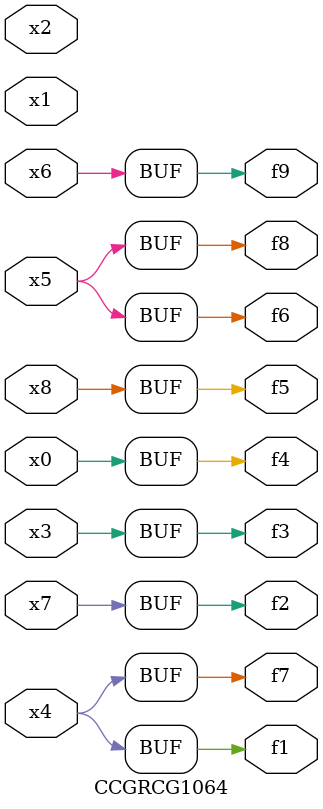
<source format=v>
module CCGRCG1064(
	input x0, x1, x2, x3, x4, x5, x6, x7, x8,
	output f1, f2, f3, f4, f5, f6, f7, f8, f9
);
	assign f1 = x4;
	assign f2 = x7;
	assign f3 = x3;
	assign f4 = x0;
	assign f5 = x8;
	assign f6 = x5;
	assign f7 = x4;
	assign f8 = x5;
	assign f9 = x6;
endmodule

</source>
